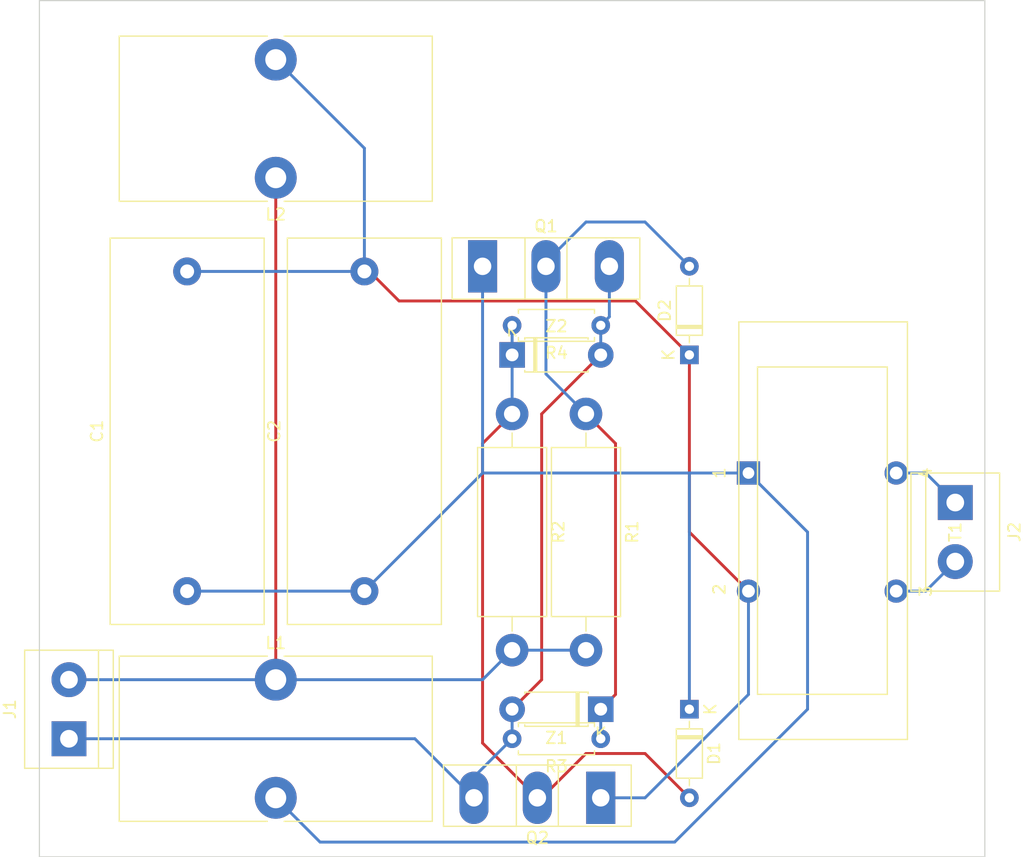
<source format=kicad_pcb>
(kicad_pcb (version 20171130) (host pcbnew "(5.1.4)-1")

  (general
    (thickness 1.6)
    (drawings 4)
    (tracks 62)
    (zones 0)
    (modules 17)
    (nets 9)
  )

  (page A4)
  (layers
    (0 F.Cu signal)
    (31 B.Cu signal)
    (32 B.Adhes user)
    (33 F.Adhes user)
    (34 B.Paste user)
    (35 F.Paste user)
    (36 B.SilkS user)
    (37 F.SilkS user)
    (38 B.Mask user)
    (39 F.Mask user)
    (40 Dwgs.User user)
    (41 Cmts.User user)
    (42 Eco1.User user)
    (43 Eco2.User user)
    (44 Edge.Cuts user)
    (45 Margin user)
    (46 B.CrtYd user)
    (47 F.CrtYd user)
    (48 B.Fab user)
    (49 F.Fab user)
  )

  (setup
    (last_trace_width 0.25)
    (trace_clearance 0.2)
    (zone_clearance 0.508)
    (zone_45_only no)
    (trace_min 0.2)
    (via_size 0.8)
    (via_drill 0.4)
    (via_min_size 0.4)
    (via_min_drill 0.3)
    (uvia_size 0.3)
    (uvia_drill 0.1)
    (uvias_allowed no)
    (uvia_min_size 0.2)
    (uvia_min_drill 0.1)
    (edge_width 0.1)
    (segment_width 0.2)
    (pcb_text_width 0.3)
    (pcb_text_size 1.5 1.5)
    (mod_edge_width 0.15)
    (mod_text_size 1 1)
    (mod_text_width 0.15)
    (pad_size 1.524 1.524)
    (pad_drill 0.762)
    (pad_to_mask_clearance 0)
    (aux_axis_origin 0 0)
    (visible_elements 7FFFFFFF)
    (pcbplotparams
      (layerselection 0x010fc_ffffffff)
      (usegerberextensions false)
      (usegerberattributes false)
      (usegerberadvancedattributes false)
      (creategerberjobfile false)
      (excludeedgelayer true)
      (linewidth 0.100000)
      (plotframeref false)
      (viasonmask false)
      (mode 1)
      (useauxorigin false)
      (hpglpennumber 1)
      (hpglpenspeed 20)
      (hpglpendiameter 15.000000)
      (psnegative false)
      (psa4output false)
      (plotreference true)
      (plotvalue true)
      (plotinvisibletext false)
      (padsonsilk false)
      (subtractmaskfromsilk false)
      (outputformat 1)
      (mirror false)
      (drillshape 1)
      (scaleselection 1)
      (outputdirectory ""))
  )

  (net 0 "")
  (net 1 "Net-(C1-Pad2)")
  (net 2 "Net-(C1-Pad1)")
  (net 3 "Net-(D1-Pad2)")
  (net 4 "Net-(D2-Pad2)")
  (net 5 /DCInput-)
  (net 6 /DCInput+)
  (net 7 /ACOutput-)
  (net 8 /ACOutput+)

  (net_class Default "This is the default net class."
    (clearance 0.2)
    (trace_width 0.25)
    (via_dia 0.8)
    (via_drill 0.4)
    (uvia_dia 0.3)
    (uvia_drill 0.1)
    (add_net /ACOutput+)
    (add_net /ACOutput-)
    (add_net /DCInput+)
    (add_net /DCInput-)
    (add_net "Net-(C1-Pad1)")
    (add_net "Net-(C1-Pad2)")
    (add_net "Net-(D1-Pad2)")
    (add_net "Net-(D2-Pad2)")
  )

  (module Power:Transformer_Toroid_4Pin (layer F.Cu) (tedit 5F59600E) (tstamp 5F59C04C)
    (at 154.94 40.64 270)
    (descr "Toroid Transformer")
    (tags "Toroid Transformer")
    (path /5ED4C2DF)
    (fp_text reference T1 (at 12.7 -17.78 90) (layer F.SilkS)
      (effects (font (size 1 1) (thickness 0.15)))
    )
    (fp_text value 10:10 (at 12.7 -6 90) (layer F.Fab)
      (effects (font (size 1 1) (thickness 0.15)))
    )
    (fp_text user 4 (at 7.62 -15.24 90) (layer F.SilkS)
      (effects (font (size 1 1) (thickness 0.15)))
    )
    (fp_text user 3 (at 17.78 -15.24 90) (layer F.SilkS)
      (effects (font (size 1 1) (thickness 0.15)))
    )
    (fp_text user 2 (at 17.62 2.5 90) (layer F.SilkS)
      (effects (font (size 1 1) (thickness 0.15)))
    )
    (fp_text user 1 (at 7.62 2.5 90) (layer F.SilkS)
      (effects (font (size 1 1) (thickness 0.15)))
    )
    (fp_text user %R (at 12.7 -7.5 90) (layer F.Fab)
      (effects (font (size 1 1) (thickness 0.15)))
    )
    (fp_line (start -1.49 -11.938) (end 26.67 -11.938) (layer F.Fab) (width 0.1))
    (fp_line (start 26.67 -11.938) (end 26.66 -0.778) (layer F.Fab) (width 0.1))
    (fp_line (start 26.66 -0.778) (end -1.5 -0.778) (layer F.Fab) (width 0.1))
    (fp_line (start -1.5 -0.778) (end -1.49 -11.938) (layer F.Fab) (width 0.1))
    (fp_line (start 26.66 -0.778) (end -1.5 -0.778) (layer F.SilkS) (width 0.12))
    (fp_line (start -1.5 -0.778) (end -1.5 -11.938) (layer F.SilkS) (width 0.12))
    (fp_line (start 26.66 -0.778) (end 26.662 -11.938) (layer F.SilkS) (width 0.12))
    (fp_line (start 26.662 -11.938) (end -1.5 -11.938) (layer F.SilkS) (width 0.12))
    (fp_line (start -5.262 -13.547) (end 30.422 -13.547) (layer F.Fab) (width 0.1))
    (fp_line (start 30.422 -13.547) (end 30.422 0.706) (layer F.Fab) (width 0.1))
    (fp_line (start 30.422 0.706) (end -5.262 0.706) (layer F.Fab) (width 0.1))
    (fp_line (start -5.262 0.706) (end -5.262 -13.547) (layer F.Fab) (width 0.1))
    (fp_line (start -5.512 -13.797) (end 30.672 -13.797) (layer F.CrtYd) (width 0.05))
    (fp_line (start -5.512 -13.797) (end -5.512 0.956) (layer F.CrtYd) (width 0.05))
    (fp_line (start 30.672 0.956) (end 30.672 -13.797) (layer F.CrtYd) (width 0.05))
    (fp_line (start 30.672 0.956) (end -5.512 0.956) (layer F.CrtYd) (width 0.05))
    (fp_line (start -5.382 -13.667) (end 30.542 -13.667) (layer F.SilkS) (width 0.12))
    (fp_line (start -5.382 -13.667) (end -5.382 0.826) (layer F.SilkS) (width 0.12))
    (fp_line (start 30.542 0.826) (end 30.542 -13.667) (layer F.SilkS) (width 0.12))
    (fp_line (start 30.542 0.826) (end -5.382 0.826) (layer F.SilkS) (width 0.12))
    (pad 1 thru_hole rect (at 7.62 0 270) (size 2 2) (drill 1) (layers *.Cu *.Mask)
      (net 2 "Net-(C1-Pad1)"))
    (pad 3 thru_hole circle (at 17.78 -12.7 270) (size 2 2) (drill 1.1) (layers *.Cu *.Mask)
      (net 7 /ACOutput-))
    (pad 4 thru_hole circle (at 7.62 -12.7 270) (size 2 2) (drill 1.1) (layers *.Cu *.Mask)
      (net 8 /ACOutput+))
    (pad 2 thru_hole circle (at 17.78 0 270) (size 2 2) (drill 1.1) (layers *.Cu *.Mask)
      (net 1 "Net-(C1-Pad2)"))
  )

  (module Inductor_THT:L_Toroid_Vertical_L26.7mm_W14.0mm_P10.16mm_Pulse_D (layer F.Cu) (tedit 5AE59B06) (tstamp 5F59B797)
    (at 114.3 22.86 180)
    (descr "L_Toroid, Vertical series, Radial, pin pitch=10.16mm, , length*width=26.67*13.97mm^2, Pulse, D, http://datasheet.octopart.com/PE-92112KNL-Pulse-datasheet-17853305.pdf")
    (tags "L_Toroid Vertical series Radial pin pitch 10.16mm  length 26.67mm width 13.97mm Pulse D")
    (path /5F59CA90)
    (fp_text reference L2 (at 0 -3.155) (layer F.SilkS)
      (effects (font (size 1 1) (thickness 0.15)))
    )
    (fp_text value 100uH (at 0 13.315) (layer F.Fab)
      (effects (font (size 1 1) (thickness 0.15)))
    )
    (fp_line (start -13.335 -1.905) (end -13.335 12.065) (layer F.Fab) (width 0.1))
    (fp_line (start -13.335 12.065) (end 13.335 12.065) (layer F.Fab) (width 0.1))
    (fp_line (start 13.335 12.065) (end 13.335 -1.905) (layer F.Fab) (width 0.1))
    (fp_line (start 13.335 -1.905) (end -13.335 -1.905) (layer F.Fab) (width 0.1))
    (fp_line (start -13.335 -1.905) (end -12.0015 12.065) (layer F.Fab) (width 0.1))
    (fp_line (start -10.668 -1.905) (end -9.3345 12.065) (layer F.Fab) (width 0.1))
    (fp_line (start -8.001 -1.905) (end -6.6675 12.065) (layer F.Fab) (width 0.1))
    (fp_line (start -5.334 -1.905) (end -4.0005 12.065) (layer F.Fab) (width 0.1))
    (fp_line (start -2.667 -1.905) (end -1.3335 12.065) (layer F.Fab) (width 0.1))
    (fp_line (start 0 -1.905) (end 1.3335 12.065) (layer F.Fab) (width 0.1))
    (fp_line (start 2.667 -1.905) (end 4.0005 12.065) (layer F.Fab) (width 0.1))
    (fp_line (start 5.334 -1.905) (end 6.6675 12.065) (layer F.Fab) (width 0.1))
    (fp_line (start 8.001 -1.905) (end 9.3345 12.065) (layer F.Fab) (width 0.1))
    (fp_line (start 10.668 -1.905) (end 12.0015 12.065) (layer F.Fab) (width 0.1))
    (fp_line (start -13.455 -2.025) (end -0.725 -2.025) (layer F.SilkS) (width 0.12))
    (fp_line (start 0.725 -2.025) (end 13.455 -2.025) (layer F.SilkS) (width 0.12))
    (fp_line (start -13.455 12.185) (end -0.725 12.185) (layer F.SilkS) (width 0.12))
    (fp_line (start 0.725 12.185) (end 13.455 12.185) (layer F.SilkS) (width 0.12))
    (fp_line (start -13.455 -2.025) (end -13.455 12.185) (layer F.SilkS) (width 0.12))
    (fp_line (start 13.455 -2.025) (end 13.455 12.185) (layer F.SilkS) (width 0.12))
    (fp_line (start -13.59 -2.16) (end -13.59 12.32) (layer F.CrtYd) (width 0.05))
    (fp_line (start -13.59 12.32) (end 13.59 12.32) (layer F.CrtYd) (width 0.05))
    (fp_line (start 13.59 12.32) (end 13.59 -2.16) (layer F.CrtYd) (width 0.05))
    (fp_line (start 13.59 -2.16) (end -13.59 -2.16) (layer F.CrtYd) (width 0.05))
    (fp_text user %R (at 5.08 0) (layer F.Fab)
      (effects (font (size 1 1) (thickness 0.15)))
    )
    (pad 1 thru_hole circle (at 0 0 180) (size 3.6 3.6) (drill 1.8) (layers *.Cu *.Mask)
      (net 6 /DCInput+))
    (pad 2 thru_hole circle (at 0 10.16 180) (size 3.6 3.6) (drill 1.8) (layers *.Cu *.Mask)
      (net 1 "Net-(C1-Pad2)"))
    (model ${KISYS3DMOD}/Inductor_THT.3dshapes/L_Toroid_Vertical_L26.7mm_W14.0mm_P10.16mm_Pulse_D.wrl
      (at (xyz 0 0 0))
      (scale (xyz 1 1 1))
      (rotate (xyz 0 0 0))
    )
  )

  (module Diode_THT:D_DO-41_SOD81_P7.62mm_Horizontal (layer F.Cu) (tedit 5AE50CD5) (tstamp 5F1035FC)
    (at 142.24 68.58 180)
    (descr "Diode, DO-41_SOD81 series, Axial, Horizontal, pin pitch=7.62mm, , length*diameter=5.2*2.7mm^2, , http://www.diodes.com/_files/packages/DO-41%20(Plastic).pdf")
    (tags "Diode DO-41_SOD81 series Axial Horizontal pin pitch 7.62mm  length 5.2mm diameter 2.7mm")
    (path /5E1D41CF)
    (fp_text reference Z1 (at 3.81 -2.47) (layer F.SilkS)
      (effects (font (size 1 1) (thickness 0.15)))
    )
    (fp_text value 1N4742 (at 3.81 2.47) (layer F.Fab)
      (effects (font (size 1 1) (thickness 0.15)))
    )
    (fp_text user K (at 0 -2.1) (layer F.SilkS)
      (effects (font (size 1 1) (thickness 0.15)))
    )
    (fp_text user K (at 0 -2.1) (layer F.Fab)
      (effects (font (size 1 1) (thickness 0.15)))
    )
    (fp_text user %R (at 4.2 0) (layer F.Fab)
      (effects (font (size 1 1) (thickness 0.15)))
    )
    (fp_line (start 8.97 -1.6) (end -1.35 -1.6) (layer F.CrtYd) (width 0.05))
    (fp_line (start 8.97 1.6) (end 8.97 -1.6) (layer F.CrtYd) (width 0.05))
    (fp_line (start -1.35 1.6) (end 8.97 1.6) (layer F.CrtYd) (width 0.05))
    (fp_line (start -1.35 -1.6) (end -1.35 1.6) (layer F.CrtYd) (width 0.05))
    (fp_line (start 1.87 -1.47) (end 1.87 1.47) (layer F.SilkS) (width 0.12))
    (fp_line (start 2.11 -1.47) (end 2.11 1.47) (layer F.SilkS) (width 0.12))
    (fp_line (start 1.99 -1.47) (end 1.99 1.47) (layer F.SilkS) (width 0.12))
    (fp_line (start 6.53 1.47) (end 6.53 1.34) (layer F.SilkS) (width 0.12))
    (fp_line (start 1.09 1.47) (end 6.53 1.47) (layer F.SilkS) (width 0.12))
    (fp_line (start 1.09 1.34) (end 1.09 1.47) (layer F.SilkS) (width 0.12))
    (fp_line (start 6.53 -1.47) (end 6.53 -1.34) (layer F.SilkS) (width 0.12))
    (fp_line (start 1.09 -1.47) (end 6.53 -1.47) (layer F.SilkS) (width 0.12))
    (fp_line (start 1.09 -1.34) (end 1.09 -1.47) (layer F.SilkS) (width 0.12))
    (fp_line (start 1.89 -1.35) (end 1.89 1.35) (layer F.Fab) (width 0.1))
    (fp_line (start 2.09 -1.35) (end 2.09 1.35) (layer F.Fab) (width 0.1))
    (fp_line (start 1.99 -1.35) (end 1.99 1.35) (layer F.Fab) (width 0.1))
    (fp_line (start 7.62 0) (end 6.41 0) (layer F.Fab) (width 0.1))
    (fp_line (start 0 0) (end 1.21 0) (layer F.Fab) (width 0.1))
    (fp_line (start 6.41 -1.35) (end 1.21 -1.35) (layer F.Fab) (width 0.1))
    (fp_line (start 6.41 1.35) (end 6.41 -1.35) (layer F.Fab) (width 0.1))
    (fp_line (start 1.21 1.35) (end 6.41 1.35) (layer F.Fab) (width 0.1))
    (fp_line (start 1.21 -1.35) (end 1.21 1.35) (layer F.Fab) (width 0.1))
    (pad 2 thru_hole oval (at 7.62 0 180) (size 2.2 2.2) (drill 1.1) (layers *.Cu *.Mask)
      (net 5 /DCInput-))
    (pad 1 thru_hole rect (at 0 0 180) (size 2.2 2.2) (drill 1.1) (layers *.Cu *.Mask)
      (net 4 "Net-(D2-Pad2)"))
    (model ${KISYS3DMOD}/Diode_THT.3dshapes/D_DO-41_SOD81_P7.62mm_Horizontal.wrl
      (at (xyz 0 0 0))
      (scale (xyz 1 1 1))
      (rotate (xyz 0 0 0))
    )
  )

  (module Diode_THT:D_DO-41_SOD81_P7.62mm_Horizontal (layer F.Cu) (tedit 5AE50CD5) (tstamp 5F102F92)
    (at 134.62 38.1)
    (descr "Diode, DO-41_SOD81 series, Axial, Horizontal, pin pitch=7.62mm, , length*diameter=5.2*2.7mm^2, , http://www.diodes.com/_files/packages/DO-41%20(Plastic).pdf")
    (tags "Diode DO-41_SOD81 series Axial Horizontal pin pitch 7.62mm  length 5.2mm diameter 2.7mm")
    (path /5E1D4F81)
    (fp_text reference Z2 (at 3.81 -2.47) (layer F.SilkS)
      (effects (font (size 1 1) (thickness 0.15)))
    )
    (fp_text value 1N4742 (at 3.81 2.47) (layer F.Fab)
      (effects (font (size 1 1) (thickness 0.15)))
    )
    (fp_text user K (at 0 -2.1) (layer F.SilkS)
      (effects (font (size 1 1) (thickness 0.15)))
    )
    (fp_text user K (at 0 -2.1) (layer F.Fab)
      (effects (font (size 1 1) (thickness 0.15)))
    )
    (fp_text user %R (at 4.2 0) (layer F.Fab)
      (effects (font (size 1 1) (thickness 0.15)))
    )
    (fp_line (start 8.97 -1.6) (end -1.35 -1.6) (layer F.CrtYd) (width 0.05))
    (fp_line (start 8.97 1.6) (end 8.97 -1.6) (layer F.CrtYd) (width 0.05))
    (fp_line (start -1.35 1.6) (end 8.97 1.6) (layer F.CrtYd) (width 0.05))
    (fp_line (start -1.35 -1.6) (end -1.35 1.6) (layer F.CrtYd) (width 0.05))
    (fp_line (start 1.87 -1.47) (end 1.87 1.47) (layer F.SilkS) (width 0.12))
    (fp_line (start 2.11 -1.47) (end 2.11 1.47) (layer F.SilkS) (width 0.12))
    (fp_line (start 1.99 -1.47) (end 1.99 1.47) (layer F.SilkS) (width 0.12))
    (fp_line (start 6.53 1.47) (end 6.53 1.34) (layer F.SilkS) (width 0.12))
    (fp_line (start 1.09 1.47) (end 6.53 1.47) (layer F.SilkS) (width 0.12))
    (fp_line (start 1.09 1.34) (end 1.09 1.47) (layer F.SilkS) (width 0.12))
    (fp_line (start 6.53 -1.47) (end 6.53 -1.34) (layer F.SilkS) (width 0.12))
    (fp_line (start 1.09 -1.47) (end 6.53 -1.47) (layer F.SilkS) (width 0.12))
    (fp_line (start 1.09 -1.34) (end 1.09 -1.47) (layer F.SilkS) (width 0.12))
    (fp_line (start 1.89 -1.35) (end 1.89 1.35) (layer F.Fab) (width 0.1))
    (fp_line (start 2.09 -1.35) (end 2.09 1.35) (layer F.Fab) (width 0.1))
    (fp_line (start 1.99 -1.35) (end 1.99 1.35) (layer F.Fab) (width 0.1))
    (fp_line (start 7.62 0) (end 6.41 0) (layer F.Fab) (width 0.1))
    (fp_line (start 0 0) (end 1.21 0) (layer F.Fab) (width 0.1))
    (fp_line (start 6.41 -1.35) (end 1.21 -1.35) (layer F.Fab) (width 0.1))
    (fp_line (start 6.41 1.35) (end 6.41 -1.35) (layer F.Fab) (width 0.1))
    (fp_line (start 1.21 1.35) (end 6.41 1.35) (layer F.Fab) (width 0.1))
    (fp_line (start 1.21 -1.35) (end 1.21 1.35) (layer F.Fab) (width 0.1))
    (pad 2 thru_hole oval (at 7.62 0) (size 2.2 2.2) (drill 1.1) (layers *.Cu *.Mask)
      (net 5 /DCInput-))
    (pad 1 thru_hole rect (at 0 0) (size 2.2 2.2) (drill 1.1) (layers *.Cu *.Mask)
      (net 3 "Net-(D1-Pad2)"))
    (model ${KISYS3DMOD}/Diode_THT.3dshapes/D_DO-41_SOD81_P7.62mm_Horizontal.wrl
      (at (xyz 0 0 0))
      (scale (xyz 1 1 1))
      (rotate (xyz 0 0 0))
    )
  )

  (module Inductor_THT:L_Toroid_Vertical_L26.7mm_W14.0mm_P10.16mm_Pulse_D (layer F.Cu) (tedit 5AE59B06) (tstamp 5F101C6F)
    (at 114.3 66.04)
    (descr "L_Toroid, Vertical series, Radial, pin pitch=10.16mm, , length*width=26.67*13.97mm^2, Pulse, D, http://datasheet.octopart.com/PE-92112KNL-Pulse-datasheet-17853305.pdf")
    (tags "L_Toroid Vertical series Radial pin pitch 10.16mm  length 26.67mm width 13.97mm Pulse D")
    (path /5E1CFA42)
    (fp_text reference L1 (at 0 -3.155) (layer F.SilkS)
      (effects (font (size 1 1) (thickness 0.15)))
    )
    (fp_text value 100uH (at 0 13.315) (layer F.Fab)
      (effects (font (size 1 1) (thickness 0.15)))
    )
    (fp_text user %R (at 5.08 0) (layer F.Fab)
      (effects (font (size 1 1) (thickness 0.15)))
    )
    (fp_line (start 13.59 -2.16) (end -13.59 -2.16) (layer F.CrtYd) (width 0.05))
    (fp_line (start 13.59 12.32) (end 13.59 -2.16) (layer F.CrtYd) (width 0.05))
    (fp_line (start -13.59 12.32) (end 13.59 12.32) (layer F.CrtYd) (width 0.05))
    (fp_line (start -13.59 -2.16) (end -13.59 12.32) (layer F.CrtYd) (width 0.05))
    (fp_line (start 13.455 -2.025) (end 13.455 12.185) (layer F.SilkS) (width 0.12))
    (fp_line (start -13.455 -2.025) (end -13.455 12.185) (layer F.SilkS) (width 0.12))
    (fp_line (start 0.725 12.185) (end 13.455 12.185) (layer F.SilkS) (width 0.12))
    (fp_line (start -13.455 12.185) (end -0.725 12.185) (layer F.SilkS) (width 0.12))
    (fp_line (start 0.725 -2.025) (end 13.455 -2.025) (layer F.SilkS) (width 0.12))
    (fp_line (start -13.455 -2.025) (end -0.725 -2.025) (layer F.SilkS) (width 0.12))
    (fp_line (start 10.668 -1.905) (end 12.0015 12.065) (layer F.Fab) (width 0.1))
    (fp_line (start 8.001 -1.905) (end 9.3345 12.065) (layer F.Fab) (width 0.1))
    (fp_line (start 5.334 -1.905) (end 6.6675 12.065) (layer F.Fab) (width 0.1))
    (fp_line (start 2.667 -1.905) (end 4.0005 12.065) (layer F.Fab) (width 0.1))
    (fp_line (start 0 -1.905) (end 1.3335 12.065) (layer F.Fab) (width 0.1))
    (fp_line (start -2.667 -1.905) (end -1.3335 12.065) (layer F.Fab) (width 0.1))
    (fp_line (start -5.334 -1.905) (end -4.0005 12.065) (layer F.Fab) (width 0.1))
    (fp_line (start -8.001 -1.905) (end -6.6675 12.065) (layer F.Fab) (width 0.1))
    (fp_line (start -10.668 -1.905) (end -9.3345 12.065) (layer F.Fab) (width 0.1))
    (fp_line (start -13.335 -1.905) (end -12.0015 12.065) (layer F.Fab) (width 0.1))
    (fp_line (start 13.335 -1.905) (end -13.335 -1.905) (layer F.Fab) (width 0.1))
    (fp_line (start 13.335 12.065) (end 13.335 -1.905) (layer F.Fab) (width 0.1))
    (fp_line (start -13.335 12.065) (end 13.335 12.065) (layer F.Fab) (width 0.1))
    (fp_line (start -13.335 -1.905) (end -13.335 12.065) (layer F.Fab) (width 0.1))
    (pad 2 thru_hole circle (at 0 10.16) (size 3.6 3.6) (drill 1.8) (layers *.Cu *.Mask)
      (net 2 "Net-(C1-Pad1)"))
    (pad 1 thru_hole circle (at 0 0) (size 3.6 3.6) (drill 1.8) (layers *.Cu *.Mask)
      (net 6 /DCInput+))
    (model ${KISYS3DMOD}/Inductor_THT.3dshapes/L_Toroid_Vertical_L26.7mm_W14.0mm_P10.16mm_Pulse_D.wrl
      (at (xyz 0 0 0))
      (scale (xyz 1 1 1))
      (rotate (xyz 0 0 0))
    )
  )

  (module Capacitor_THT:C_Rect_L33.0mm_W13.0mm_P27.50mm_MKS4 (layer F.Cu) (tedit 5AE50EF0) (tstamp 5F101315)
    (at 121.92 58.42 90)
    (descr "C, Rect series, Radial, pin pitch=27.50mm, , length*width=33*13mm^2, Capacitor, http://www.wima.com/EN/WIMA_MKS_4.pdf")
    (tags "C Rect series Radial pin pitch 27.50mm  length 33mm width 13mm Capacitor")
    (path /5F0FFA5C)
    (fp_text reference C2 (at 13.75 -7.75 90) (layer F.SilkS)
      (effects (font (size 1 1) (thickness 0.15)))
    )
    (fp_text value "MKP 0.33uF" (at 13.75 7.75 90) (layer F.Fab)
      (effects (font (size 1 1) (thickness 0.15)))
    )
    (fp_text user %R (at 13.75 0 90) (layer F.Fab)
      (effects (font (size 1 1) (thickness 0.15)))
    )
    (fp_line (start 30.5 -6.75) (end -3 -6.75) (layer F.CrtYd) (width 0.05))
    (fp_line (start 30.5 6.75) (end 30.5 -6.75) (layer F.CrtYd) (width 0.05))
    (fp_line (start -3 6.75) (end 30.5 6.75) (layer F.CrtYd) (width 0.05))
    (fp_line (start -3 -6.75) (end -3 6.75) (layer F.CrtYd) (width 0.05))
    (fp_line (start 30.37 -6.62) (end 30.37 6.62) (layer F.SilkS) (width 0.12))
    (fp_line (start -2.87 -6.62) (end -2.87 6.62) (layer F.SilkS) (width 0.12))
    (fp_line (start -2.87 6.62) (end 30.37 6.62) (layer F.SilkS) (width 0.12))
    (fp_line (start -2.87 -6.62) (end 30.37 -6.62) (layer F.SilkS) (width 0.12))
    (fp_line (start 30.25 -6.5) (end -2.75 -6.5) (layer F.Fab) (width 0.1))
    (fp_line (start 30.25 6.5) (end 30.25 -6.5) (layer F.Fab) (width 0.1))
    (fp_line (start -2.75 6.5) (end 30.25 6.5) (layer F.Fab) (width 0.1))
    (fp_line (start -2.75 -6.5) (end -2.75 6.5) (layer F.Fab) (width 0.1))
    (pad 2 thru_hole circle (at 27.5 0 90) (size 2.4 2.4) (drill 1.2) (layers *.Cu *.Mask)
      (net 1 "Net-(C1-Pad2)"))
    (pad 1 thru_hole circle (at 0 0 90) (size 2.4 2.4) (drill 1.2) (layers *.Cu *.Mask)
      (net 2 "Net-(C1-Pad1)"))
    (model ${KISYS3DMOD}/Capacitor_THT.3dshapes/C_Rect_L33.0mm_W13.0mm_P27.50mm_MKS4.wrl
      (at (xyz 0 0 0))
      (scale (xyz 1 1 1))
      (rotate (xyz 0 0 0))
    )
  )

  (module Capacitor_THT:C_Rect_L33.0mm_W13.0mm_P27.50mm_MKS4 (layer F.Cu) (tedit 5AE50EF0) (tstamp 5F101302)
    (at 106.68 58.42 90)
    (descr "C, Rect series, Radial, pin pitch=27.50mm, , length*width=33*13mm^2, Capacitor, http://www.wima.com/EN/WIMA_MKS_4.pdf")
    (tags "C Rect series Radial pin pitch 27.50mm  length 33mm width 13mm Capacitor")
    (path /5E1E1F71)
    (fp_text reference C1 (at 13.75 -7.75 90) (layer F.SilkS)
      (effects (font (size 1 1) (thickness 0.15)))
    )
    (fp_text value "MKP 0.33uF" (at 13.75 7.75 90) (layer F.Fab)
      (effects (font (size 1 1) (thickness 0.15)))
    )
    (fp_text user %R (at 13.75 0 90) (layer F.Fab)
      (effects (font (size 1 1) (thickness 0.15)))
    )
    (fp_line (start 30.5 -6.75) (end -3 -6.75) (layer F.CrtYd) (width 0.05))
    (fp_line (start 30.5 6.75) (end 30.5 -6.75) (layer F.CrtYd) (width 0.05))
    (fp_line (start -3 6.75) (end 30.5 6.75) (layer F.CrtYd) (width 0.05))
    (fp_line (start -3 -6.75) (end -3 6.75) (layer F.CrtYd) (width 0.05))
    (fp_line (start 30.37 -6.62) (end 30.37 6.62) (layer F.SilkS) (width 0.12))
    (fp_line (start -2.87 -6.62) (end -2.87 6.62) (layer F.SilkS) (width 0.12))
    (fp_line (start -2.87 6.62) (end 30.37 6.62) (layer F.SilkS) (width 0.12))
    (fp_line (start -2.87 -6.62) (end 30.37 -6.62) (layer F.SilkS) (width 0.12))
    (fp_line (start 30.25 -6.5) (end -2.75 -6.5) (layer F.Fab) (width 0.1))
    (fp_line (start 30.25 6.5) (end 30.25 -6.5) (layer F.Fab) (width 0.1))
    (fp_line (start -2.75 6.5) (end 30.25 6.5) (layer F.Fab) (width 0.1))
    (fp_line (start -2.75 -6.5) (end -2.75 6.5) (layer F.Fab) (width 0.1))
    (pad 2 thru_hole circle (at 27.5 0 90) (size 2.4 2.4) (drill 1.2) (layers *.Cu *.Mask)
      (net 1 "Net-(C1-Pad2)"))
    (pad 1 thru_hole circle (at 0 0 90) (size 2.4 2.4) (drill 1.2) (layers *.Cu *.Mask)
      (net 2 "Net-(C1-Pad1)"))
    (model ${KISYS3DMOD}/Capacitor_THT.3dshapes/C_Rect_L33.0mm_W13.0mm_P27.50mm_MKS4.wrl
      (at (xyz 0 0 0))
      (scale (xyz 1 1 1))
      (rotate (xyz 0 0 0))
    )
  )

  (module Resistor_THT:R_Axial_DIN0207_L6.3mm_D2.5mm_P7.62mm_Horizontal (layer F.Cu) (tedit 5AE5139B) (tstamp 5F1006DD)
    (at 142.24 35.56 180)
    (descr "Resistor, Axial_DIN0207 series, Axial, Horizontal, pin pitch=7.62mm, 0.25W = 1/4W, length*diameter=6.3*2.5mm^2, http://cdn-reichelt.de/documents/datenblatt/B400/1_4W%23YAG.pdf")
    (tags "Resistor Axial_DIN0207 series Axial Horizontal pin pitch 7.62mm 0.25W = 1/4W length 6.3mm diameter 2.5mm")
    (path /5E1D1E9B)
    (fp_text reference R4 (at 3.81 -2.37) (layer F.SilkS)
      (effects (font (size 1 1) (thickness 0.15)))
    )
    (fp_text value 10K (at 3.81 2.37) (layer F.Fab)
      (effects (font (size 1 1) (thickness 0.15)))
    )
    (fp_text user %R (at 3.81 0) (layer F.Fab)
      (effects (font (size 1 1) (thickness 0.15)))
    )
    (fp_line (start 8.67 -1.5) (end -1.05 -1.5) (layer F.CrtYd) (width 0.05))
    (fp_line (start 8.67 1.5) (end 8.67 -1.5) (layer F.CrtYd) (width 0.05))
    (fp_line (start -1.05 1.5) (end 8.67 1.5) (layer F.CrtYd) (width 0.05))
    (fp_line (start -1.05 -1.5) (end -1.05 1.5) (layer F.CrtYd) (width 0.05))
    (fp_line (start 7.08 1.37) (end 7.08 1.04) (layer F.SilkS) (width 0.12))
    (fp_line (start 0.54 1.37) (end 7.08 1.37) (layer F.SilkS) (width 0.12))
    (fp_line (start 0.54 1.04) (end 0.54 1.37) (layer F.SilkS) (width 0.12))
    (fp_line (start 7.08 -1.37) (end 7.08 -1.04) (layer F.SilkS) (width 0.12))
    (fp_line (start 0.54 -1.37) (end 7.08 -1.37) (layer F.SilkS) (width 0.12))
    (fp_line (start 0.54 -1.04) (end 0.54 -1.37) (layer F.SilkS) (width 0.12))
    (fp_line (start 7.62 0) (end 6.96 0) (layer F.Fab) (width 0.1))
    (fp_line (start 0 0) (end 0.66 0) (layer F.Fab) (width 0.1))
    (fp_line (start 6.96 -1.25) (end 0.66 -1.25) (layer F.Fab) (width 0.1))
    (fp_line (start 6.96 1.25) (end 6.96 -1.25) (layer F.Fab) (width 0.1))
    (fp_line (start 0.66 1.25) (end 6.96 1.25) (layer F.Fab) (width 0.1))
    (fp_line (start 0.66 -1.25) (end 0.66 1.25) (layer F.Fab) (width 0.1))
    (pad 2 thru_hole oval (at 7.62 0 180) (size 1.6 1.6) (drill 0.8) (layers *.Cu *.Mask)
      (net 3 "Net-(D1-Pad2)"))
    (pad 1 thru_hole circle (at 0 0 180) (size 1.6 1.6) (drill 0.8) (layers *.Cu *.Mask)
      (net 5 /DCInput-))
    (model ${KISYS3DMOD}/Resistor_THT.3dshapes/R_Axial_DIN0207_L6.3mm_D2.5mm_P7.62mm_Horizontal.wrl
      (at (xyz 0 0 0))
      (scale (xyz 1 1 1))
      (rotate (xyz 0 0 0))
    )
  )

  (module Resistor_THT:R_Axial_DIN0207_L6.3mm_D2.5mm_P7.62mm_Horizontal (layer F.Cu) (tedit 5AE5139B) (tstamp 5F1006C6)
    (at 142.24 71.12 180)
    (descr "Resistor, Axial_DIN0207 series, Axial, Horizontal, pin pitch=7.62mm, 0.25W = 1/4W, length*diameter=6.3*2.5mm^2, http://cdn-reichelt.de/documents/datenblatt/B400/1_4W%23YAG.pdf")
    (tags "Resistor Axial_DIN0207 series Axial Horizontal pin pitch 7.62mm 0.25W = 1/4W length 6.3mm diameter 2.5mm")
    (path /5E1D17CA)
    (fp_text reference R3 (at 3.81 -2.37) (layer F.SilkS)
      (effects (font (size 1 1) (thickness 0.15)))
    )
    (fp_text value 10K (at 3.81 2.37) (layer F.Fab)
      (effects (font (size 1 1) (thickness 0.15)))
    )
    (fp_text user %R (at 3.81 0) (layer F.Fab)
      (effects (font (size 1 1) (thickness 0.15)))
    )
    (fp_line (start 8.67 -1.5) (end -1.05 -1.5) (layer F.CrtYd) (width 0.05))
    (fp_line (start 8.67 1.5) (end 8.67 -1.5) (layer F.CrtYd) (width 0.05))
    (fp_line (start -1.05 1.5) (end 8.67 1.5) (layer F.CrtYd) (width 0.05))
    (fp_line (start -1.05 -1.5) (end -1.05 1.5) (layer F.CrtYd) (width 0.05))
    (fp_line (start 7.08 1.37) (end 7.08 1.04) (layer F.SilkS) (width 0.12))
    (fp_line (start 0.54 1.37) (end 7.08 1.37) (layer F.SilkS) (width 0.12))
    (fp_line (start 0.54 1.04) (end 0.54 1.37) (layer F.SilkS) (width 0.12))
    (fp_line (start 7.08 -1.37) (end 7.08 -1.04) (layer F.SilkS) (width 0.12))
    (fp_line (start 0.54 -1.37) (end 7.08 -1.37) (layer F.SilkS) (width 0.12))
    (fp_line (start 0.54 -1.04) (end 0.54 -1.37) (layer F.SilkS) (width 0.12))
    (fp_line (start 7.62 0) (end 6.96 0) (layer F.Fab) (width 0.1))
    (fp_line (start 0 0) (end 0.66 0) (layer F.Fab) (width 0.1))
    (fp_line (start 6.96 -1.25) (end 0.66 -1.25) (layer F.Fab) (width 0.1))
    (fp_line (start 6.96 1.25) (end 6.96 -1.25) (layer F.Fab) (width 0.1))
    (fp_line (start 0.66 1.25) (end 6.96 1.25) (layer F.Fab) (width 0.1))
    (fp_line (start 0.66 -1.25) (end 0.66 1.25) (layer F.Fab) (width 0.1))
    (pad 2 thru_hole oval (at 7.62 0 180) (size 1.6 1.6) (drill 0.8) (layers *.Cu *.Mask)
      (net 5 /DCInput-))
    (pad 1 thru_hole circle (at 0 0 180) (size 1.6 1.6) (drill 0.8) (layers *.Cu *.Mask)
      (net 4 "Net-(D2-Pad2)"))
    (model ${KISYS3DMOD}/Resistor_THT.3dshapes/R_Axial_DIN0207_L6.3mm_D2.5mm_P7.62mm_Horizontal.wrl
      (at (xyz 0 0 0))
      (scale (xyz 1 1 1))
      (rotate (xyz 0 0 0))
    )
  )

  (module Resistor_THT:R_Axial_DIN0614_L14.3mm_D5.7mm_P20.32mm_Horizontal (layer F.Cu) (tedit 5AE5139B) (tstamp 5F1006AF)
    (at 134.62 43.18 270)
    (descr "Resistor, Axial_DIN0614 series, Axial, Horizontal, pin pitch=20.32mm, 1.5W, length*diameter=14.3*5.7mm^2")
    (tags "Resistor Axial_DIN0614 series Axial Horizontal pin pitch 20.32mm 1.5W length 14.3mm diameter 5.7mm")
    (path /5E1D0E43)
    (fp_text reference R2 (at 10.16 -3.97 90) (layer F.SilkS)
      (effects (font (size 1 1) (thickness 0.15)))
    )
    (fp_text value "470 2W" (at 10.16 3.97 90) (layer F.Fab)
      (effects (font (size 1 1) (thickness 0.15)))
    )
    (fp_text user %R (at 10.16 0 90) (layer F.Fab)
      (effects (font (size 1 1) (thickness 0.15)))
    )
    (fp_line (start 21.97 -3.1) (end -1.65 -3.1) (layer F.CrtYd) (width 0.05))
    (fp_line (start 21.97 3.1) (end 21.97 -3.1) (layer F.CrtYd) (width 0.05))
    (fp_line (start -1.65 3.1) (end 21.97 3.1) (layer F.CrtYd) (width 0.05))
    (fp_line (start -1.65 -3.1) (end -1.65 3.1) (layer F.CrtYd) (width 0.05))
    (fp_line (start 18.68 0) (end 17.43 0) (layer F.SilkS) (width 0.12))
    (fp_line (start 1.64 0) (end 2.89 0) (layer F.SilkS) (width 0.12))
    (fp_line (start 17.43 -2.97) (end 2.89 -2.97) (layer F.SilkS) (width 0.12))
    (fp_line (start 17.43 2.97) (end 17.43 -2.97) (layer F.SilkS) (width 0.12))
    (fp_line (start 2.89 2.97) (end 17.43 2.97) (layer F.SilkS) (width 0.12))
    (fp_line (start 2.89 -2.97) (end 2.89 2.97) (layer F.SilkS) (width 0.12))
    (fp_line (start 20.32 0) (end 17.31 0) (layer F.Fab) (width 0.1))
    (fp_line (start 0 0) (end 3.01 0) (layer F.Fab) (width 0.1))
    (fp_line (start 17.31 -2.85) (end 3.01 -2.85) (layer F.Fab) (width 0.1))
    (fp_line (start 17.31 2.85) (end 17.31 -2.85) (layer F.Fab) (width 0.1))
    (fp_line (start 3.01 2.85) (end 17.31 2.85) (layer F.Fab) (width 0.1))
    (fp_line (start 3.01 -2.85) (end 3.01 2.85) (layer F.Fab) (width 0.1))
    (pad 2 thru_hole oval (at 20.32 0 270) (size 2.8 2.8) (drill 1.4) (layers *.Cu *.Mask)
      (net 6 /DCInput+))
    (pad 1 thru_hole circle (at 0 0 270) (size 2.8 2.8) (drill 1.4) (layers *.Cu *.Mask)
      (net 3 "Net-(D1-Pad2)"))
    (model ${KISYS3DMOD}/Resistor_THT.3dshapes/R_Axial_DIN0614_L14.3mm_D5.7mm_P20.32mm_Horizontal.wrl
      (at (xyz 0 0 0))
      (scale (xyz 1 1 1))
      (rotate (xyz 0 0 0))
    )
  )

  (module Resistor_THT:R_Axial_DIN0614_L14.3mm_D5.7mm_P20.32mm_Horizontal (layer F.Cu) (tedit 5AE5139B) (tstamp 5F100698)
    (at 140.97 43.18 270)
    (descr "Resistor, Axial_DIN0614 series, Axial, Horizontal, pin pitch=20.32mm, 1.5W, length*diameter=14.3*5.7mm^2")
    (tags "Resistor Axial_DIN0614 series Axial Horizontal pin pitch 20.32mm 1.5W length 14.3mm diameter 5.7mm")
    (path /5E1D0721)
    (fp_text reference R1 (at 10.16 -3.97 90) (layer F.SilkS)
      (effects (font (size 1 1) (thickness 0.15)))
    )
    (fp_text value "470 2W" (at 10.16 3.97 90) (layer F.Fab)
      (effects (font (size 1 1) (thickness 0.15)))
    )
    (fp_text user %R (at 10.16 0 90) (layer F.Fab)
      (effects (font (size 1 1) (thickness 0.15)))
    )
    (fp_line (start 21.97 -3.1) (end -1.65 -3.1) (layer F.CrtYd) (width 0.05))
    (fp_line (start 21.97 3.1) (end 21.97 -3.1) (layer F.CrtYd) (width 0.05))
    (fp_line (start -1.65 3.1) (end 21.97 3.1) (layer F.CrtYd) (width 0.05))
    (fp_line (start -1.65 -3.1) (end -1.65 3.1) (layer F.CrtYd) (width 0.05))
    (fp_line (start 18.68 0) (end 17.43 0) (layer F.SilkS) (width 0.12))
    (fp_line (start 1.64 0) (end 2.89 0) (layer F.SilkS) (width 0.12))
    (fp_line (start 17.43 -2.97) (end 2.89 -2.97) (layer F.SilkS) (width 0.12))
    (fp_line (start 17.43 2.97) (end 17.43 -2.97) (layer F.SilkS) (width 0.12))
    (fp_line (start 2.89 2.97) (end 17.43 2.97) (layer F.SilkS) (width 0.12))
    (fp_line (start 2.89 -2.97) (end 2.89 2.97) (layer F.SilkS) (width 0.12))
    (fp_line (start 20.32 0) (end 17.31 0) (layer F.Fab) (width 0.1))
    (fp_line (start 0 0) (end 3.01 0) (layer F.Fab) (width 0.1))
    (fp_line (start 17.31 -2.85) (end 3.01 -2.85) (layer F.Fab) (width 0.1))
    (fp_line (start 17.31 2.85) (end 17.31 -2.85) (layer F.Fab) (width 0.1))
    (fp_line (start 3.01 2.85) (end 17.31 2.85) (layer F.Fab) (width 0.1))
    (fp_line (start 3.01 -2.85) (end 3.01 2.85) (layer F.Fab) (width 0.1))
    (pad 2 thru_hole oval (at 20.32 0 270) (size 2.8 2.8) (drill 1.4) (layers *.Cu *.Mask)
      (net 6 /DCInput+))
    (pad 1 thru_hole circle (at 0 0 270) (size 2.8 2.8) (drill 1.4) (layers *.Cu *.Mask)
      (net 4 "Net-(D2-Pad2)"))
    (model ${KISYS3DMOD}/Resistor_THT.3dshapes/R_Axial_DIN0614_L14.3mm_D5.7mm_P20.32mm_Horizontal.wrl
      (at (xyz 0 0 0))
      (scale (xyz 1 1 1))
      (rotate (xyz 0 0 0))
    )
  )

  (module Package_TO_SOT_THT:TO-247-3_Vertical (layer F.Cu) (tedit 5AC86DC3) (tstamp 5F100681)
    (at 142.24 76.2 180)
    (descr "TO-247-3, Vertical, RM 5.45mm, see https://toshiba.semicon-storage.com/us/product/mosfet/to-247-4l.html")
    (tags "TO-247-3 Vertical RM 5.45mm")
    (path /5E1D9964)
    (fp_text reference Q2 (at 5.45 -3.45) (layer F.SilkS)
      (effects (font (size 1 1) (thickness 0.15)))
    )
    (fp_text value IRFP250 (at 5.45 3.95) (layer F.Fab)
      (effects (font (size 1 1) (thickness 0.15)))
    )
    (fp_text user %R (at 5.45 -3.45) (layer F.Fab)
      (effects (font (size 1 1) (thickness 0.15)))
    )
    (fp_line (start 13.65 -2.59) (end -2.75 -2.59) (layer F.CrtYd) (width 0.05))
    (fp_line (start 13.65 2.95) (end 13.65 -2.59) (layer F.CrtYd) (width 0.05))
    (fp_line (start -2.75 2.95) (end 13.65 2.95) (layer F.CrtYd) (width 0.05))
    (fp_line (start -2.75 -2.59) (end -2.75 2.95) (layer F.CrtYd) (width 0.05))
    (fp_line (start 7.255 -2.451) (end 7.255 2.82) (layer F.SilkS) (width 0.12))
    (fp_line (start 3.646 -2.451) (end 3.646 2.82) (layer F.SilkS) (width 0.12))
    (fp_line (start 13.52 -2.451) (end 13.52 2.82) (layer F.SilkS) (width 0.12))
    (fp_line (start -2.62 -2.451) (end -2.62 2.82) (layer F.SilkS) (width 0.12))
    (fp_line (start -2.62 2.82) (end 13.52 2.82) (layer F.SilkS) (width 0.12))
    (fp_line (start -2.62 -2.451) (end 13.52 -2.451) (layer F.SilkS) (width 0.12))
    (fp_line (start 7.255 -2.33) (end 7.255 2.7) (layer F.Fab) (width 0.1))
    (fp_line (start 3.645 -2.33) (end 3.645 2.7) (layer F.Fab) (width 0.1))
    (fp_line (start 13.4 -2.33) (end -2.5 -2.33) (layer F.Fab) (width 0.1))
    (fp_line (start 13.4 2.7) (end 13.4 -2.33) (layer F.Fab) (width 0.1))
    (fp_line (start -2.5 2.7) (end 13.4 2.7) (layer F.Fab) (width 0.1))
    (fp_line (start -2.5 -2.33) (end -2.5 2.7) (layer F.Fab) (width 0.1))
    (pad 3 thru_hole oval (at 10.9 0 180) (size 2.5 4.5) (drill 1.5) (layers *.Cu *.Mask)
      (net 5 /DCInput-))
    (pad 2 thru_hole oval (at 5.45 0 180) (size 2.5 4.5) (drill 1.5) (layers *.Cu *.Mask)
      (net 3 "Net-(D1-Pad2)"))
    (pad 1 thru_hole rect (at 0 0 180) (size 2.5 4.5) (drill 1.5) (layers *.Cu *.Mask)
      (net 1 "Net-(C1-Pad2)"))
    (model ${KISYS3DMOD}/Package_TO_SOT_THT.3dshapes/TO-247-3_Vertical.wrl
      (at (xyz 0 0 0))
      (scale (xyz 1 1 1))
      (rotate (xyz 0 0 0))
    )
  )

  (module Package_TO_SOT_THT:TO-247-3_Vertical (layer F.Cu) (tedit 5AC86DC3) (tstamp 5F100661)
    (at 132.08 30.48)
    (descr "TO-247-3, Vertical, RM 5.45mm, see https://toshiba.semicon-storage.com/us/product/mosfet/to-247-4l.html")
    (tags "TO-247-3 Vertical RM 5.45mm")
    (path /5E1D8A2B)
    (fp_text reference Q1 (at 5.45 -3.45) (layer F.SilkS)
      (effects (font (size 1 1) (thickness 0.15)))
    )
    (fp_text value IRFP250 (at 5.45 3.95) (layer F.Fab)
      (effects (font (size 1 1) (thickness 0.15)))
    )
    (fp_text user %R (at 5.45 -3.45) (layer F.Fab)
      (effects (font (size 1 1) (thickness 0.15)))
    )
    (fp_line (start 13.65 -2.59) (end -2.75 -2.59) (layer F.CrtYd) (width 0.05))
    (fp_line (start 13.65 2.95) (end 13.65 -2.59) (layer F.CrtYd) (width 0.05))
    (fp_line (start -2.75 2.95) (end 13.65 2.95) (layer F.CrtYd) (width 0.05))
    (fp_line (start -2.75 -2.59) (end -2.75 2.95) (layer F.CrtYd) (width 0.05))
    (fp_line (start 7.255 -2.451) (end 7.255 2.82) (layer F.SilkS) (width 0.12))
    (fp_line (start 3.646 -2.451) (end 3.646 2.82) (layer F.SilkS) (width 0.12))
    (fp_line (start 13.52 -2.451) (end 13.52 2.82) (layer F.SilkS) (width 0.12))
    (fp_line (start -2.62 -2.451) (end -2.62 2.82) (layer F.SilkS) (width 0.12))
    (fp_line (start -2.62 2.82) (end 13.52 2.82) (layer F.SilkS) (width 0.12))
    (fp_line (start -2.62 -2.451) (end 13.52 -2.451) (layer F.SilkS) (width 0.12))
    (fp_line (start 7.255 -2.33) (end 7.255 2.7) (layer F.Fab) (width 0.1))
    (fp_line (start 3.645 -2.33) (end 3.645 2.7) (layer F.Fab) (width 0.1))
    (fp_line (start 13.4 -2.33) (end -2.5 -2.33) (layer F.Fab) (width 0.1))
    (fp_line (start 13.4 2.7) (end 13.4 -2.33) (layer F.Fab) (width 0.1))
    (fp_line (start -2.5 2.7) (end 13.4 2.7) (layer F.Fab) (width 0.1))
    (fp_line (start -2.5 -2.33) (end -2.5 2.7) (layer F.Fab) (width 0.1))
    (pad 3 thru_hole oval (at 10.9 0) (size 2.5 4.5) (drill 1.5) (layers *.Cu *.Mask)
      (net 5 /DCInput-))
    (pad 2 thru_hole oval (at 5.45 0) (size 2.5 4.5) (drill 1.5) (layers *.Cu *.Mask)
      (net 4 "Net-(D2-Pad2)"))
    (pad 1 thru_hole rect (at 0 0) (size 2.5 4.5) (drill 1.5) (layers *.Cu *.Mask)
      (net 2 "Net-(C1-Pad1)"))
    (model ${KISYS3DMOD}/Package_TO_SOT_THT.3dshapes/TO-247-3_Vertical.wrl
      (at (xyz 0 0 0))
      (scale (xyz 1 1 1))
      (rotate (xyz 0 0 0))
    )
  )

  (module TerminalBlock:TerminalBlock_bornier-2_P5.08mm (layer F.Cu) (tedit 59FF03AB) (tstamp 5F100622)
    (at 172.72 50.8 270)
    (descr "simple 2-pin terminal block, pitch 5.08mm, revamped version of bornier2")
    (tags "terminal block bornier2")
    (path /5E1CE78D)
    (fp_text reference J2 (at 2.54 -5.08 90) (layer F.SilkS)
      (effects (font (size 1 1) (thickness 0.15)))
    )
    (fp_text value "12V AC out" (at 2.54 5.08 90) (layer F.Fab)
      (effects (font (size 1 1) (thickness 0.15)))
    )
    (fp_line (start 7.79 4) (end -2.71 4) (layer F.CrtYd) (width 0.05))
    (fp_line (start 7.79 4) (end 7.79 -4) (layer F.CrtYd) (width 0.05))
    (fp_line (start -2.71 -4) (end -2.71 4) (layer F.CrtYd) (width 0.05))
    (fp_line (start -2.71 -4) (end 7.79 -4) (layer F.CrtYd) (width 0.05))
    (fp_line (start -2.54 3.81) (end 7.62 3.81) (layer F.SilkS) (width 0.12))
    (fp_line (start -2.54 -3.81) (end -2.54 3.81) (layer F.SilkS) (width 0.12))
    (fp_line (start 7.62 -3.81) (end -2.54 -3.81) (layer F.SilkS) (width 0.12))
    (fp_line (start 7.62 3.81) (end 7.62 -3.81) (layer F.SilkS) (width 0.12))
    (fp_line (start 7.62 2.54) (end -2.54 2.54) (layer F.SilkS) (width 0.12))
    (fp_line (start 7.54 -3.75) (end -2.46 -3.75) (layer F.Fab) (width 0.1))
    (fp_line (start 7.54 3.75) (end 7.54 -3.75) (layer F.Fab) (width 0.1))
    (fp_line (start -2.46 3.75) (end 7.54 3.75) (layer F.Fab) (width 0.1))
    (fp_line (start -2.46 -3.75) (end -2.46 3.75) (layer F.Fab) (width 0.1))
    (fp_line (start -2.41 2.55) (end 7.49 2.55) (layer F.Fab) (width 0.1))
    (fp_text user %R (at 2.54 0 90) (layer F.Fab)
      (effects (font (size 1 1) (thickness 0.15)))
    )
    (pad 2 thru_hole circle (at 5.08 0 270) (size 3 3) (drill 1.52) (layers *.Cu *.Mask)
      (net 7 /ACOutput-))
    (pad 1 thru_hole rect (at 0 0 270) (size 3 3) (drill 1.52) (layers *.Cu *.Mask)
      (net 8 /ACOutput+))
    (model ${KISYS3DMOD}/TerminalBlock.3dshapes/TerminalBlock_bornier-2_P5.08mm.wrl
      (offset (xyz 2.539999961853027 0 0))
      (scale (xyz 1 1 1))
      (rotate (xyz 0 0 0))
    )
  )

  (module TerminalBlock:TerminalBlock_bornier-2_P5.08mm (layer F.Cu) (tedit 59FF03AB) (tstamp 5F10060D)
    (at 96.52 71.12 90)
    (descr "simple 2-pin terminal block, pitch 5.08mm, revamped version of bornier2")
    (tags "terminal block bornier2")
    (path /5E1CDF5C)
    (fp_text reference J1 (at 2.54 -5.08 90) (layer F.SilkS)
      (effects (font (size 1 1) (thickness 0.15)))
    )
    (fp_text value "12V DC in" (at 2.54 5.08 90) (layer F.Fab)
      (effects (font (size 1 1) (thickness 0.15)))
    )
    (fp_line (start 7.79 4) (end -2.71 4) (layer F.CrtYd) (width 0.05))
    (fp_line (start 7.79 4) (end 7.79 -4) (layer F.CrtYd) (width 0.05))
    (fp_line (start -2.71 -4) (end -2.71 4) (layer F.CrtYd) (width 0.05))
    (fp_line (start -2.71 -4) (end 7.79 -4) (layer F.CrtYd) (width 0.05))
    (fp_line (start -2.54 3.81) (end 7.62 3.81) (layer F.SilkS) (width 0.12))
    (fp_line (start -2.54 -3.81) (end -2.54 3.81) (layer F.SilkS) (width 0.12))
    (fp_line (start 7.62 -3.81) (end -2.54 -3.81) (layer F.SilkS) (width 0.12))
    (fp_line (start 7.62 3.81) (end 7.62 -3.81) (layer F.SilkS) (width 0.12))
    (fp_line (start 7.62 2.54) (end -2.54 2.54) (layer F.SilkS) (width 0.12))
    (fp_line (start 7.54 -3.75) (end -2.46 -3.75) (layer F.Fab) (width 0.1))
    (fp_line (start 7.54 3.75) (end 7.54 -3.75) (layer F.Fab) (width 0.1))
    (fp_line (start -2.46 3.75) (end 7.54 3.75) (layer F.Fab) (width 0.1))
    (fp_line (start -2.46 -3.75) (end -2.46 3.75) (layer F.Fab) (width 0.1))
    (fp_line (start -2.41 2.55) (end 7.49 2.55) (layer F.Fab) (width 0.1))
    (fp_text user %R (at 2.54 0 90) (layer F.Fab)
      (effects (font (size 1 1) (thickness 0.15)))
    )
    (pad 2 thru_hole circle (at 5.08 0 90) (size 3 3) (drill 1.52) (layers *.Cu *.Mask)
      (net 6 /DCInput+))
    (pad 1 thru_hole rect (at 0 0 90) (size 3 3) (drill 1.52) (layers *.Cu *.Mask)
      (net 5 /DCInput-))
    (model ${KISYS3DMOD}/TerminalBlock.3dshapes/TerminalBlock_bornier-2_P5.08mm.wrl
      (offset (xyz 2.539999961853027 0 0))
      (scale (xyz 1 1 1))
      (rotate (xyz 0 0 0))
    )
  )

  (module Diode_THT:D_DO-35_SOD27_P7.62mm_Horizontal (layer F.Cu) (tedit 5AE50CD5) (tstamp 5F1005F8)
    (at 149.86 38.1 90)
    (descr "Diode, DO-35_SOD27 series, Axial, Horizontal, pin pitch=7.62mm, , length*diameter=4*2mm^2, , http://www.diodes.com/_files/packages/DO-35.pdf")
    (tags "Diode DO-35_SOD27 series Axial Horizontal pin pitch 7.62mm  length 4mm diameter 2mm")
    (path /5E1D7427)
    (fp_text reference D2 (at 3.81 -2.12 90) (layer F.SilkS)
      (effects (font (size 1 1) (thickness 0.15)))
    )
    (fp_text value FR107 (at 3.81 2.12 90) (layer F.Fab)
      (effects (font (size 1 1) (thickness 0.15)))
    )
    (fp_text user K (at 0 -1.8 90) (layer F.SilkS)
      (effects (font (size 1 1) (thickness 0.15)))
    )
    (fp_text user K (at 0 -1.8 90) (layer F.Fab)
      (effects (font (size 1 1) (thickness 0.15)))
    )
    (fp_text user %R (at 4.11 0 90) (layer F.Fab)
      (effects (font (size 0.8 0.8) (thickness 0.12)))
    )
    (fp_line (start 8.67 -1.25) (end -1.05 -1.25) (layer F.CrtYd) (width 0.05))
    (fp_line (start 8.67 1.25) (end 8.67 -1.25) (layer F.CrtYd) (width 0.05))
    (fp_line (start -1.05 1.25) (end 8.67 1.25) (layer F.CrtYd) (width 0.05))
    (fp_line (start -1.05 -1.25) (end -1.05 1.25) (layer F.CrtYd) (width 0.05))
    (fp_line (start 2.29 -1.12) (end 2.29 1.12) (layer F.SilkS) (width 0.12))
    (fp_line (start 2.53 -1.12) (end 2.53 1.12) (layer F.SilkS) (width 0.12))
    (fp_line (start 2.41 -1.12) (end 2.41 1.12) (layer F.SilkS) (width 0.12))
    (fp_line (start 6.58 0) (end 5.93 0) (layer F.SilkS) (width 0.12))
    (fp_line (start 1.04 0) (end 1.69 0) (layer F.SilkS) (width 0.12))
    (fp_line (start 5.93 -1.12) (end 1.69 -1.12) (layer F.SilkS) (width 0.12))
    (fp_line (start 5.93 1.12) (end 5.93 -1.12) (layer F.SilkS) (width 0.12))
    (fp_line (start 1.69 1.12) (end 5.93 1.12) (layer F.SilkS) (width 0.12))
    (fp_line (start 1.69 -1.12) (end 1.69 1.12) (layer F.SilkS) (width 0.12))
    (fp_line (start 2.31 -1) (end 2.31 1) (layer F.Fab) (width 0.1))
    (fp_line (start 2.51 -1) (end 2.51 1) (layer F.Fab) (width 0.1))
    (fp_line (start 2.41 -1) (end 2.41 1) (layer F.Fab) (width 0.1))
    (fp_line (start 7.62 0) (end 5.81 0) (layer F.Fab) (width 0.1))
    (fp_line (start 0 0) (end 1.81 0) (layer F.Fab) (width 0.1))
    (fp_line (start 5.81 -1) (end 1.81 -1) (layer F.Fab) (width 0.1))
    (fp_line (start 5.81 1) (end 5.81 -1) (layer F.Fab) (width 0.1))
    (fp_line (start 1.81 1) (end 5.81 1) (layer F.Fab) (width 0.1))
    (fp_line (start 1.81 -1) (end 1.81 1) (layer F.Fab) (width 0.1))
    (pad 2 thru_hole oval (at 7.62 0 90) (size 1.6 1.6) (drill 0.8) (layers *.Cu *.Mask)
      (net 4 "Net-(D2-Pad2)"))
    (pad 1 thru_hole rect (at 0 0 90) (size 1.6 1.6) (drill 0.8) (layers *.Cu *.Mask)
      (net 1 "Net-(C1-Pad2)"))
    (model ${KISYS3DMOD}/Diode_THT.3dshapes/D_DO-35_SOD27_P7.62mm_Horizontal.wrl
      (at (xyz 0 0 0))
      (scale (xyz 1 1 1))
      (rotate (xyz 0 0 0))
    )
  )

  (module Diode_THT:D_DO-35_SOD27_P7.62mm_Horizontal (layer F.Cu) (tedit 5AE50CD5) (tstamp 5F1005D9)
    (at 149.86 68.58 270)
    (descr "Diode, DO-35_SOD27 series, Axial, Horizontal, pin pitch=7.62mm, , length*diameter=4*2mm^2, , http://www.diodes.com/_files/packages/DO-35.pdf")
    (tags "Diode DO-35_SOD27 series Axial Horizontal pin pitch 7.62mm  length 4mm diameter 2mm")
    (path /5E1D6843)
    (fp_text reference D1 (at 3.81 -2.12 90) (layer F.SilkS)
      (effects (font (size 1 1) (thickness 0.15)))
    )
    (fp_text value FR107 (at 3.81 2.12 90) (layer F.Fab)
      (effects (font (size 1 1) (thickness 0.15)))
    )
    (fp_text user K (at 0 -1.8 90) (layer F.SilkS)
      (effects (font (size 1 1) (thickness 0.15)))
    )
    (fp_text user K (at 0 -1.8 90) (layer F.Fab)
      (effects (font (size 1 1) (thickness 0.15)))
    )
    (fp_text user %R (at 4.11 0 90) (layer F.Fab)
      (effects (font (size 0.8 0.8) (thickness 0.12)))
    )
    (fp_line (start 8.67 -1.25) (end -1.05 -1.25) (layer F.CrtYd) (width 0.05))
    (fp_line (start 8.67 1.25) (end 8.67 -1.25) (layer F.CrtYd) (width 0.05))
    (fp_line (start -1.05 1.25) (end 8.67 1.25) (layer F.CrtYd) (width 0.05))
    (fp_line (start -1.05 -1.25) (end -1.05 1.25) (layer F.CrtYd) (width 0.05))
    (fp_line (start 2.29 -1.12) (end 2.29 1.12) (layer F.SilkS) (width 0.12))
    (fp_line (start 2.53 -1.12) (end 2.53 1.12) (layer F.SilkS) (width 0.12))
    (fp_line (start 2.41 -1.12) (end 2.41 1.12) (layer F.SilkS) (width 0.12))
    (fp_line (start 6.58 0) (end 5.93 0) (layer F.SilkS) (width 0.12))
    (fp_line (start 1.04 0) (end 1.69 0) (layer F.SilkS) (width 0.12))
    (fp_line (start 5.93 -1.12) (end 1.69 -1.12) (layer F.SilkS) (width 0.12))
    (fp_line (start 5.93 1.12) (end 5.93 -1.12) (layer F.SilkS) (width 0.12))
    (fp_line (start 1.69 1.12) (end 5.93 1.12) (layer F.SilkS) (width 0.12))
    (fp_line (start 1.69 -1.12) (end 1.69 1.12) (layer F.SilkS) (width 0.12))
    (fp_line (start 2.31 -1) (end 2.31 1) (layer F.Fab) (width 0.1))
    (fp_line (start 2.51 -1) (end 2.51 1) (layer F.Fab) (width 0.1))
    (fp_line (start 2.41 -1) (end 2.41 1) (layer F.Fab) (width 0.1))
    (fp_line (start 7.62 0) (end 5.81 0) (layer F.Fab) (width 0.1))
    (fp_line (start 0 0) (end 1.81 0) (layer F.Fab) (width 0.1))
    (fp_line (start 5.81 -1) (end 1.81 -1) (layer F.Fab) (width 0.1))
    (fp_line (start 5.81 1) (end 5.81 -1) (layer F.Fab) (width 0.1))
    (fp_line (start 1.81 1) (end 5.81 1) (layer F.Fab) (width 0.1))
    (fp_line (start 1.81 -1) (end 1.81 1) (layer F.Fab) (width 0.1))
    (pad 2 thru_hole oval (at 7.62 0 270) (size 1.6 1.6) (drill 0.8) (layers *.Cu *.Mask)
      (net 3 "Net-(D1-Pad2)"))
    (pad 1 thru_hole rect (at 0 0 270) (size 1.6 1.6) (drill 0.8) (layers *.Cu *.Mask)
      (net 2 "Net-(C1-Pad1)"))
    (model ${KISYS3DMOD}/Diode_THT.3dshapes/D_DO-35_SOD27_P7.62mm_Horizontal.wrl
      (at (xyz 0 0 0))
      (scale (xyz 1 1 1))
      (rotate (xyz 0 0 0))
    )
  )

  (gr_line (start 175.26 7.62) (end 93.98 7.62) (layer Edge.Cuts) (width 0.1) (tstamp 5F1044B2))
  (gr_line (start 175.26 81.28) (end 175.26 7.62) (layer Edge.Cuts) (width 0.1))
  (gr_line (start 93.98 81.28) (end 175.26 81.28) (layer Edge.Cuts) (width 0.1))
  (gr_line (start 93.98 7.62) (end 93.98 81.28) (layer Edge.Cuts) (width 0.1))

  (segment (start 142.24 76.2) (end 146.05 76.2) (width 0.25) (layer B.Cu) (net 1) (status 10))
  (segment (start 154.94 67.31) (end 154.94 58.42) (width 0.25) (layer B.Cu) (net 1) (status 20))
  (segment (start 146.05 76.2) (end 154.94 67.31) (width 0.25) (layer B.Cu) (net 1))
  (segment (start 106.68 30.92) (end 121.92 30.92) (width 0.25) (layer B.Cu) (net 1) (status 30))
  (segment (start 121.92 30.92) (end 122.36 30.92) (width 0.25) (layer F.Cu) (net 1) (status 30))
  (segment (start 149.86 38.1) (end 149.86 53.34) (width 0.25) (layer F.Cu) (net 1) (status 10))
  (segment (start 149.86 53.34) (end 154.94 58.42) (width 0.25) (layer F.Cu) (net 1) (status 20))
  (segment (start 145.22 33.46) (end 149.86 38.1) (width 0.25) (layer F.Cu) (net 1) (status 20))
  (segment (start 124.9 33.46) (end 145.22 33.46) (width 0.25) (layer F.Cu) (net 1))
  (segment (start 122.36 30.92) (end 124.9 33.46) (width 0.25) (layer F.Cu) (net 1) (status 10))
  (segment (start 114.3 12.7) (end 121.92 20.32) (width 0.25) (layer B.Cu) (net 1))
  (segment (start 121.92 20.32) (end 121.92 30.92) (width 0.25) (layer B.Cu) (net 1))
  (segment (start 106.68 58.42) (end 121.92 58.42) (width 0.25) (layer B.Cu) (net 2) (status 30))
  (segment (start 154.94 48.26) (end 149.86 48.26) (width 0.25) (layer B.Cu) (net 2) (status 10))
  (segment (start 149.86 48.26) (end 132.08 48.26) (width 0.25) (layer B.Cu) (net 2))
  (segment (start 160.02 53.34) (end 154.94 48.26) (width 0.25) (layer B.Cu) (net 2) (status 20))
  (segment (start 160.02 68.58) (end 160.02 53.34) (width 0.25) (layer B.Cu) (net 2))
  (segment (start 148.59 80.01) (end 160.02 68.58) (width 0.25) (layer B.Cu) (net 2))
  (segment (start 114.3 76.2) (end 118.11 80.01) (width 0.25) (layer B.Cu) (net 2) (status 10))
  (segment (start 118.11 80.01) (end 148.59 80.01) (width 0.25) (layer B.Cu) (net 2))
  (segment (start 149.86 68.58) (end 149.86 48.26) (width 0.25) (layer B.Cu) (net 2) (status 10))
  (segment (start 132.08 30.48) (end 132.08 48.26) (width 0.25) (layer B.Cu) (net 2) (status 10))
  (segment (start 132.08 48.26) (end 121.92 58.42) (width 0.25) (layer B.Cu) (net 2))
  (segment (start 134.62 35.56) (end 134.62 38.1) (width 0.25) (layer B.Cu) (net 3) (status 30))
  (segment (start 134.62 43.18) (end 134.62 38.1) (width 0.25) (layer B.Cu) (net 3) (status 30))
  (segment (start 132.08 71.49) (end 136.79 76.2) (width 0.25) (layer F.Cu) (net 3) (status 20))
  (segment (start 134.62 43.18) (end 132.08 45.72) (width 0.25) (layer F.Cu) (net 3) (status 10))
  (segment (start 132.08 45.72) (end 132.08 71.49) (width 0.25) (layer F.Cu) (net 3))
  (segment (start 136.79 76.2) (end 137.16 76.2) (width 0.25) (layer F.Cu) (net 3) (status 30))
  (segment (start 137.16 76.2) (end 140.97 72.39) (width 0.25) (layer F.Cu) (net 3) (status 10))
  (segment (start 146.05 72.39) (end 149.86 76.2) (width 0.25) (layer F.Cu) (net 3) (status 20))
  (segment (start 140.97 72.39) (end 146.05 72.39) (width 0.25) (layer F.Cu) (net 3))
  (segment (start 142.24 71.12) (end 142.24 68.58) (width 0.25) (layer B.Cu) (net 4) (status 30))
  (segment (start 137.53 30.48) (end 137.53 30.11) (width 0.25) (layer B.Cu) (net 4) (status 30))
  (segment (start 137.53 30.11) (end 140.97 26.67) (width 0.25) (layer B.Cu) (net 4) (status 10))
  (segment (start 146.05 26.67) (end 149.86 30.48) (width 0.25) (layer B.Cu) (net 4) (status 20))
  (segment (start 140.97 26.67) (end 146.05 26.67) (width 0.25) (layer B.Cu) (net 4))
  (segment (start 137.53 39.74) (end 137.53 30.48) (width 0.25) (layer B.Cu) (net 4) (status 20))
  (segment (start 140.97 43.18) (end 137.53 39.74) (width 0.25) (layer B.Cu) (net 4) (status 10))
  (segment (start 143.51 67.31) (end 142.24 68.58) (width 0.25) (layer F.Cu) (net 4) (status 20))
  (segment (start 140.97 43.18) (end 143.51 45.72) (width 0.25) (layer F.Cu) (net 4) (status 10))
  (segment (start 143.51 45.72) (end 143.51 67.31) (width 0.25) (layer F.Cu) (net 4))
  (segment (start 131.34 74.4) (end 134.62 71.12) (width 0.25) (layer B.Cu) (net 5) (status 30))
  (segment (start 131.34 76.2) (end 131.34 74.4) (width 0.25) (layer B.Cu) (net 5) (status 30))
  (segment (start 134.62 71.12) (end 134.62 68.58) (width 0.25) (layer B.Cu) (net 5) (status 30))
  (segment (start 142.24 35.56) (end 142.24 38.1) (width 0.25) (layer B.Cu) (net 5) (status 30))
  (segment (start 142.98 34.82) (end 142.24 35.56) (width 0.25) (layer B.Cu) (net 5) (status 20))
  (segment (start 142.98 30.48) (end 142.98 34.82) (width 0.25) (layer B.Cu) (net 5) (status 10))
  (segment (start 137.16 66.04) (end 134.62 68.58) (width 0.25) (layer F.Cu) (net 5) (status 20))
  (segment (start 137.16 43.18) (end 137.16 66.04) (width 0.25) (layer F.Cu) (net 5))
  (segment (start 142.24 38.1) (end 137.16 43.18) (width 0.25) (layer F.Cu) (net 5) (status 10))
  (segment (start 126.26 71.12) (end 131.34 76.2) (width 0.25) (layer B.Cu) (net 5) (status 20))
  (segment (start 96.52 71.12) (end 126.26 71.12) (width 0.25) (layer B.Cu) (net 5) (status 10))
  (segment (start 134.62 63.5) (end 140.97 63.5) (width 0.25) (layer B.Cu) (net 6) (status 30))
  (segment (start 132.08 66.04) (end 134.62 63.5) (width 0.25) (layer B.Cu) (net 6) (status 20))
  (segment (start 114.3 66.04) (end 132.08 66.04) (width 0.25) (layer B.Cu) (net 6) (status 10))
  (segment (start 114.3 66.04) (end 96.52 66.04) (width 0.25) (layer B.Cu) (net 6) (status 30))
  (segment (start 114.3 22.86) (end 114.3 66.04) (width 0.25) (layer F.Cu) (net 6) (status 20))
  (segment (start 170.18 58.42) (end 172.72 55.88) (width 0.25) (layer B.Cu) (net 7) (status 20))
  (segment (start 167.64 58.42) (end 170.18 58.42) (width 0.25) (layer B.Cu) (net 7) (status 10))
  (segment (start 170.18 48.26) (end 172.72 50.8) (width 0.25) (layer B.Cu) (net 8) (status 20))
  (segment (start 167.64 48.26) (end 170.18 48.26) (width 0.25) (layer B.Cu) (net 8) (status 10))

)

</source>
